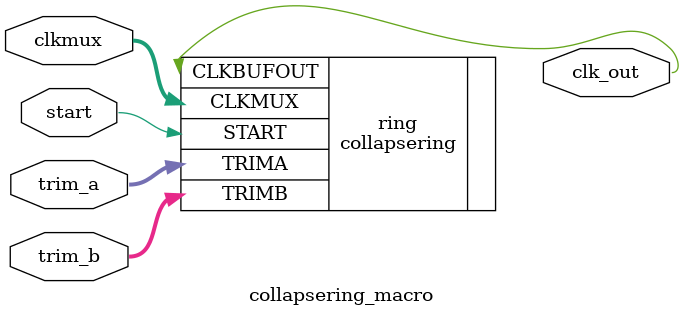
<source format=v>

module collapsering_macro #(
  parameter TRIM_BITS = 28
) (
`ifdef USE_POWER_PINS
    inout vccd1,
    inout vssd1,
`endif

  input start,
  input [TRIM_BITS-1:0] trim_a,
  input [TRIM_BITS-1:0] trim_b,
  input [2:0] clkmux,

  output clk_out
);

  collapsering ring (
    .CLKBUFOUT(clk_out),
    .START(start),
    .TRIMA(trim_a),
    .TRIMB(trim_b),
    .CLKMUX(clkmux)
  );

endmodule // module collapsering_macro

</source>
